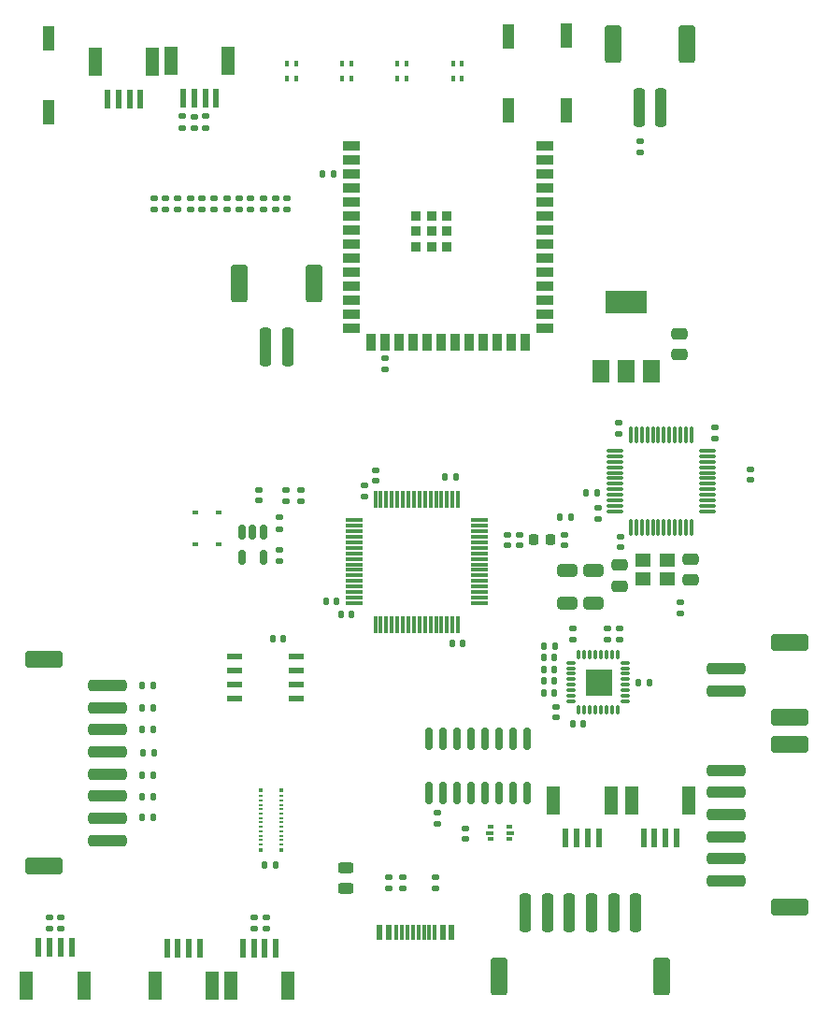
<source format=gbr>
%TF.GenerationSoftware,KiCad,Pcbnew,7.0.5*%
%TF.CreationDate,2023-09-20T09:45:38-07:00*%
%TF.ProjectId,EV9 Board Design,45563920-426f-4617-9264-204465736967,EV8*%
%TF.SameCoordinates,Original*%
%TF.FileFunction,Paste,Top*%
%TF.FilePolarity,Positive*%
%FSLAX46Y46*%
G04 Gerber Fmt 4.6, Leading zero omitted, Abs format (unit mm)*
G04 Created by KiCad (PCBNEW 7.0.5) date 2023-09-20 09:45:38*
%MOMM*%
%LPD*%
G01*
G04 APERTURE LIST*
G04 Aperture macros list*
%AMRoundRect*
0 Rectangle with rounded corners*
0 $1 Rounding radius*
0 $2 $3 $4 $5 $6 $7 $8 $9 X,Y pos of 4 corners*
0 Add a 4 corners polygon primitive as box body*
4,1,4,$2,$3,$4,$5,$6,$7,$8,$9,$2,$3,0*
0 Add four circle primitives for the rounded corners*
1,1,$1+$1,$2,$3*
1,1,$1+$1,$4,$5*
1,1,$1+$1,$6,$7*
1,1,$1+$1,$8,$9*
0 Add four rect primitives between the rounded corners*
20,1,$1+$1,$2,$3,$4,$5,0*
20,1,$1+$1,$4,$5,$6,$7,0*
20,1,$1+$1,$6,$7,$8,$9,0*
20,1,$1+$1,$8,$9,$2,$3,0*%
G04 Aperture macros list end*
%ADD10C,0.010000*%
%ADD11RoundRect,0.135000X-0.135000X-0.185000X0.135000X-0.185000X0.135000X0.185000X-0.135000X0.185000X0*%
%ADD12RoundRect,0.140000X0.140000X0.170000X-0.140000X0.170000X-0.140000X-0.170000X0.140000X-0.170000X0*%
%ADD13R,1.422400X0.533400*%
%ADD14RoundRect,0.140000X-0.140000X-0.170000X0.140000X-0.170000X0.140000X0.170000X-0.140000X0.170000X0*%
%ADD15R,0.600000X0.450000*%
%ADD16RoundRect,0.075000X0.075000X-0.662500X0.075000X0.662500X-0.075000X0.662500X-0.075000X-0.662500X0*%
%ADD17RoundRect,0.075000X0.662500X-0.075000X0.662500X0.075000X-0.662500X0.075000X-0.662500X-0.075000X0*%
%ADD18RoundRect,0.140000X0.170000X-0.140000X0.170000X0.140000X-0.170000X0.140000X-0.170000X-0.140000X0*%
%ADD19RoundRect,0.250000X-0.475000X0.250000X-0.475000X-0.250000X0.475000X-0.250000X0.475000X0.250000X0*%
%ADD20RoundRect,0.135000X-0.185000X0.135000X-0.185000X-0.135000X0.185000X-0.135000X0.185000X0.135000X0*%
%ADD21RoundRect,0.250000X1.500000X-0.250000X1.500000X0.250000X-1.500000X0.250000X-1.500000X-0.250000X0*%
%ADD22RoundRect,0.250001X1.449999X-0.499999X1.449999X0.499999X-1.449999X0.499999X-1.449999X-0.499999X0*%
%ADD23R,0.400000X0.410000*%
%ADD24R,0.400000X0.200000*%
%ADD25RoundRect,0.075000X0.700000X0.075000X-0.700000X0.075000X-0.700000X-0.075000X0.700000X-0.075000X0*%
%ADD26RoundRect,0.075000X0.075000X0.700000X-0.075000X0.700000X-0.075000X-0.700000X0.075000X-0.700000X0*%
%ADD27R,0.500000X1.700000*%
%ADD28R,1.200000X2.500000*%
%ADD29RoundRect,0.218750X-0.218750X-0.256250X0.218750X-0.256250X0.218750X0.256250X-0.218750X0.256250X0*%
%ADD30RoundRect,0.135000X0.185000X-0.135000X0.185000X0.135000X-0.185000X0.135000X-0.185000X-0.135000X0*%
%ADD31RoundRect,0.135000X0.135000X0.185000X-0.135000X0.185000X-0.135000X-0.185000X0.135000X-0.185000X0*%
%ADD32RoundRect,0.140000X-0.170000X0.140000X-0.170000X-0.140000X0.170000X-0.140000X0.170000X0.140000X0*%
%ADD33RoundRect,0.250000X0.650000X-0.325000X0.650000X0.325000X-0.650000X0.325000X-0.650000X-0.325000X0*%
%ADD34RoundRect,0.243750X0.456250X-0.243750X0.456250X0.243750X-0.456250X0.243750X-0.456250X-0.243750X0*%
%ADD35RoundRect,0.250000X0.250000X1.500000X-0.250000X1.500000X-0.250000X-1.500000X0.250000X-1.500000X0*%
%ADD36RoundRect,0.250001X0.499999X1.449999X-0.499999X1.449999X-0.499999X-1.449999X0.499999X-1.449999X0*%
%ADD37R,1.120000X2.160000*%
%ADD38RoundRect,0.007500X-0.372500X-0.117500X0.372500X-0.117500X0.372500X0.117500X-0.372500X0.117500X0*%
%ADD39RoundRect,0.007500X0.117500X-0.372500X0.117500X0.372500X-0.117500X0.372500X-0.117500X-0.372500X0*%
%ADD40RoundRect,0.250000X0.475000X-0.250000X0.475000X0.250000X-0.475000X0.250000X-0.475000X-0.250000X0*%
%ADD41R,0.400000X0.600000*%
%ADD42RoundRect,0.150000X0.150000X-0.825000X0.150000X0.825000X-0.150000X0.825000X-0.150000X-0.825000X0*%
%ADD43R,1.500000X2.000000*%
%ADD44R,3.800000X2.000000*%
%ADD45R,0.900000X0.900000*%
%ADD46R,1.500000X0.900000*%
%ADD47R,0.900000X1.500000*%
%ADD48RoundRect,0.250000X-0.250000X-1.500000X0.250000X-1.500000X0.250000X1.500000X-0.250000X1.500000X0*%
%ADD49RoundRect,0.250001X-0.499999X-1.449999X0.499999X-1.449999X0.499999X1.449999X-0.499999X1.449999X0*%
%ADD50RoundRect,0.250000X-1.500000X0.250000X-1.500000X-0.250000X1.500000X-0.250000X1.500000X0.250000X0*%
%ADD51RoundRect,0.250001X-1.449999X0.499999X-1.449999X-0.499999X1.449999X-0.499999X1.449999X0.499999X0*%
%ADD52R,0.600000X1.450000*%
%ADD53R,0.300000X1.450000*%
%ADD54R,0.500000X0.375000*%
%ADD55R,0.650000X0.300000*%
%ADD56RoundRect,0.150000X-0.150000X0.512500X-0.150000X-0.512500X0.150000X-0.512500X0.150000X0.512500X0*%
%ADD57R,1.400000X1.200000*%
G04 APERTURE END LIST*
%TO.C,U6*%
D10*
X167990000Y-117475000D02*
X165690000Y-117475000D01*
X165690000Y-115175000D01*
X167990000Y-115175000D01*
X167990000Y-117475000D01*
G36*
X167990000Y-117475000D02*
G01*
X165690000Y-117475000D01*
X165690000Y-115175000D01*
X167990000Y-115175000D01*
X167990000Y-117475000D01*
G37*
%TD*%
D11*
%TO.C,R28*%
X125577500Y-122725000D03*
X126597500Y-122725000D03*
%TD*%
D12*
%TO.C,C13*%
X144467500Y-110225000D03*
X143507500Y-110225000D03*
%TD*%
D13*
%TO.C,CR1*%
X133893500Y-113970000D03*
X133893500Y-115240000D03*
X133893500Y-116510000D03*
X133893500Y-117780000D03*
X139481500Y-117780000D03*
X139481500Y-116510000D03*
X139481500Y-115240000D03*
X139481500Y-113970000D03*
%TD*%
D14*
%TO.C,C22*%
X142157500Y-109025000D03*
X143117500Y-109025000D03*
%TD*%
D15*
%TO.C,D2*%
X130337500Y-100935000D03*
X132437500Y-100935000D03*
%TD*%
D16*
%TO.C,U5*%
X169787500Y-102287500D03*
X170287500Y-102287500D03*
X170787500Y-102287500D03*
X171287500Y-102287500D03*
X171787500Y-102287500D03*
X172287500Y-102287500D03*
X172787500Y-102287500D03*
X173287500Y-102287500D03*
X173787500Y-102287500D03*
X174287500Y-102287500D03*
X174787500Y-102287500D03*
X175287500Y-102287500D03*
D17*
X176700000Y-100875000D03*
X176700000Y-100375000D03*
X176700000Y-99875000D03*
X176700000Y-99375000D03*
X176700000Y-98875000D03*
X176700000Y-98375000D03*
X176700000Y-97875000D03*
X176700000Y-97375000D03*
X176700000Y-96875000D03*
X176700000Y-96375000D03*
X176700000Y-95875000D03*
X176700000Y-95375000D03*
D16*
X175287500Y-93962500D03*
X174787500Y-93962500D03*
X174287500Y-93962500D03*
X173787500Y-93962500D03*
X173287500Y-93962500D03*
X172787500Y-93962500D03*
X172287500Y-93962500D03*
X171787500Y-93962500D03*
X171287500Y-93962500D03*
X170787500Y-93962500D03*
X170287500Y-93962500D03*
X169787500Y-93962500D03*
D17*
X168375000Y-95375000D03*
X168375000Y-95875000D03*
X168375000Y-96375000D03*
X168375000Y-96875000D03*
X168375000Y-97375000D03*
X168375000Y-97875000D03*
X168375000Y-98375000D03*
X168375000Y-98875000D03*
X168375000Y-99375000D03*
X168375000Y-99875000D03*
X168375000Y-100375000D03*
X168375000Y-100875000D03*
%TD*%
D12*
%TO.C,C33*%
X138287500Y-112435000D03*
X137327500Y-112435000D03*
%TD*%
D18*
%TO.C,C14*%
X145637500Y-99505000D03*
X145637500Y-98545000D03*
%TD*%
D19*
%TO.C,C4*%
X168737500Y-105725000D03*
X168737500Y-107625000D03*
%TD*%
D18*
%TO.C,C3*%
X168737500Y-112455000D03*
X168737500Y-111495000D03*
%TD*%
D20*
%TO.C,R3*%
X149137500Y-134010000D03*
X149137500Y-135030000D03*
%TD*%
D11*
%TO.C,R5*%
X163380000Y-101360000D03*
X164400000Y-101360000D03*
%TD*%
D18*
%TO.C,C19*%
X136087500Y-99885000D03*
X136087500Y-98925000D03*
%TD*%
D20*
%TO.C,R38*%
X138587500Y-98925000D03*
X138587500Y-99945000D03*
%TD*%
D21*
%TO.C,J8*%
X178437500Y-134325000D03*
X178437500Y-132325000D03*
X178437500Y-130325000D03*
X178437500Y-128325000D03*
X178437500Y-126325000D03*
X178437500Y-124325000D03*
D22*
X184187500Y-136675000D03*
X184187500Y-121975000D03*
%TD*%
D23*
%TO.C,U13*%
X136227500Y-131540000D03*
D24*
X136227500Y-131035000D03*
X136227500Y-130635000D03*
X136227500Y-130232924D03*
X136227500Y-129835000D03*
X136227500Y-129435000D03*
X136227500Y-129035000D03*
X136227500Y-128635000D03*
X136227500Y-128235000D03*
X136227500Y-127835000D03*
X136227500Y-127435000D03*
X136227500Y-127035000D03*
X136227500Y-126635000D03*
D23*
X136227500Y-126130000D03*
X138107500Y-126130000D03*
D24*
X138107500Y-126635000D03*
X138107500Y-127035000D03*
X138107500Y-127435000D03*
X138107500Y-127835000D03*
X138107500Y-128235000D03*
X138107500Y-128635000D03*
X138107500Y-129035000D03*
X138107500Y-129435000D03*
X138107500Y-129835000D03*
X138107500Y-130232924D03*
X138107500Y-130635000D03*
X138107500Y-131035000D03*
D23*
X138107500Y-131540000D03*
%TD*%
D25*
%TO.C,U1*%
X156062500Y-109175000D03*
X156062500Y-108675000D03*
X156062500Y-108175000D03*
X156062500Y-107675000D03*
X156062500Y-107175000D03*
X156062500Y-106675000D03*
X156062500Y-106175000D03*
X156062500Y-105675000D03*
X156062500Y-105175000D03*
X156062500Y-104675000D03*
X156062500Y-104175000D03*
X156062500Y-103675000D03*
X156062500Y-103175000D03*
X156062500Y-102675000D03*
X156062500Y-102175000D03*
X156062500Y-101675000D03*
D26*
X154137500Y-99750000D03*
X153637500Y-99750000D03*
X153137500Y-99750000D03*
X152637500Y-99750000D03*
X152137500Y-99750000D03*
X151637500Y-99750000D03*
X151137500Y-99750000D03*
X150637500Y-99750000D03*
X150137500Y-99750000D03*
X149637500Y-99750000D03*
X149137500Y-99750000D03*
X148637500Y-99750000D03*
X148137500Y-99750000D03*
X147637500Y-99750000D03*
X147137500Y-99750000D03*
X146637500Y-99750000D03*
D25*
X144712500Y-101675000D03*
X144712500Y-102175000D03*
X144712500Y-102675000D03*
X144712500Y-103175000D03*
X144712500Y-103675000D03*
X144712500Y-104175000D03*
X144712500Y-104675000D03*
X144712500Y-105175000D03*
X144712500Y-105675000D03*
X144712500Y-106175000D03*
X144712500Y-106675000D03*
X144712500Y-107175000D03*
X144712500Y-107675000D03*
X144712500Y-108175000D03*
X144712500Y-108675000D03*
X144712500Y-109175000D03*
D26*
X146637500Y-111100000D03*
X147137500Y-111100000D03*
X147637500Y-111100000D03*
X148137500Y-111100000D03*
X148637500Y-111100000D03*
X149137500Y-111100000D03*
X149637500Y-111100000D03*
X150137500Y-111100000D03*
X150637500Y-111100000D03*
X151137500Y-111100000D03*
X151637500Y-111100000D03*
X152137500Y-111100000D03*
X152637500Y-111100000D03*
X153137500Y-111100000D03*
X153637500Y-111100000D03*
X154137500Y-111100000D03*
%TD*%
D18*
%TO.C,C16*%
X163037500Y-119505000D03*
X163037500Y-118545000D03*
%TD*%
D27*
%TO.C,J13*%
X125367500Y-63525000D03*
X124367500Y-63525000D03*
X123367500Y-63525000D03*
X122367500Y-63525000D03*
D28*
X126467500Y-60125000D03*
X121267500Y-60125000D03*
%TD*%
D29*
%TO.C,120R1*%
X160950000Y-103425000D03*
X162525000Y-103425000D03*
%TD*%
D30*
%TO.C,R17*%
X137587500Y-73535000D03*
X137587500Y-72515000D03*
%TD*%
D20*
%TO.C,R13*%
X128687500Y-72515000D03*
X128687500Y-73535000D03*
%TD*%
D18*
%TO.C,C20*%
X180587500Y-98005000D03*
X180587500Y-97045000D03*
%TD*%
D11*
%TO.C,R30*%
X125477500Y-124725000D03*
X126497500Y-124725000D03*
%TD*%
D31*
%TO.C,R4*%
X142907500Y-70325000D03*
X141887500Y-70325000D03*
%TD*%
D20*
%TO.C,R39*%
X139937500Y-98915000D03*
X139937500Y-99935000D03*
%TD*%
%TO.C,R21*%
X118107500Y-137660000D03*
X118107500Y-138680000D03*
%TD*%
D18*
%TO.C,C5*%
X154787500Y-130555000D03*
X154787500Y-129595000D03*
%TD*%
D32*
%TO.C,C8*%
X158587500Y-102995000D03*
X158587500Y-103955000D03*
%TD*%
D20*
%TO.C,R12*%
X133237500Y-72515000D03*
X133237500Y-73535000D03*
%TD*%
%TO.C,R11*%
X134287500Y-72515000D03*
X134287500Y-73535000D03*
%TD*%
D32*
%TO.C,C21*%
X146687500Y-97145000D03*
X146687500Y-98105000D03*
%TD*%
D20*
%TO.C,R6*%
X135337500Y-72515000D03*
X135337500Y-73535000D03*
%TD*%
D27*
%TO.C,J14*%
X132237500Y-63505000D03*
X131237500Y-63505000D03*
X130237500Y-63505000D03*
X129237500Y-63505000D03*
D28*
X133337500Y-60105000D03*
X128137500Y-60105000D03*
%TD*%
D30*
%TO.C,R16*%
X138637500Y-73535000D03*
X138637500Y-72515000D03*
%TD*%
D21*
%TO.C,J2*%
X178437500Y-117125000D03*
X178437500Y-115125000D03*
D22*
X184187500Y-119475000D03*
X184187500Y-112775000D03*
%TD*%
D20*
%TO.C,R35*%
X129147500Y-65115000D03*
X129147500Y-66135000D03*
%TD*%
D19*
%TO.C,C2*%
X174200000Y-84780000D03*
X174200000Y-86680000D03*
%TD*%
D33*
%TO.C,C29*%
X166437500Y-109180000D03*
X166437500Y-106230000D03*
%TD*%
D14*
%TO.C,C27*%
X161907500Y-117275000D03*
X162867500Y-117275000D03*
%TD*%
D32*
%TO.C,C10*%
X163787500Y-102995000D03*
X163787500Y-103955000D03*
%TD*%
D30*
%TO.C,R24*%
X130937500Y-73535000D03*
X130937500Y-72515000D03*
%TD*%
D11*
%TO.C,R19*%
X165727500Y-99205000D03*
X166747500Y-99205000D03*
%TD*%
D30*
%TO.C,R1*%
X174250000Y-110110000D03*
X174250000Y-109090000D03*
%TD*%
D12*
%TO.C,C12*%
X154567500Y-112825000D03*
X153607500Y-112825000D03*
%TD*%
D27*
%TO.C,J12*%
X173940000Y-130430000D03*
X172940000Y-130430000D03*
X171940000Y-130430000D03*
X170940000Y-130430000D03*
D28*
X175040000Y-127030000D03*
X169840000Y-127030000D03*
%TD*%
D20*
%TO.C,R37*%
X137937500Y-104365000D03*
X137937500Y-105385000D03*
%TD*%
D30*
%TO.C,R18*%
X136537500Y-73535000D03*
X136537500Y-72515000D03*
%TD*%
D20*
%TO.C,R2*%
X152087500Y-134015000D03*
X152087500Y-135035000D03*
%TD*%
D18*
%TO.C,C25*%
X177437500Y-94255000D03*
X177437500Y-93295000D03*
%TD*%
%TO.C,C1*%
X147870000Y-134970000D03*
X147870000Y-134010000D03*
%TD*%
D30*
%TO.C,R32*%
X147487500Y-88035000D03*
X147487500Y-87015000D03*
%TD*%
D15*
%TO.C,D10*%
X130337500Y-103865000D03*
X132437500Y-103865000D03*
%TD*%
D20*
%TO.C,R8*%
X135627500Y-137625000D03*
X135627500Y-138645000D03*
%TD*%
D34*
%TO.C,D11*%
X143997500Y-135002500D03*
X143997500Y-133127500D03*
%TD*%
D35*
%TO.C,J15*%
X172537500Y-64275000D03*
X170537500Y-64275000D03*
D36*
X174887500Y-58525000D03*
X168187500Y-58525000D03*
%TD*%
D14*
%TO.C,C15*%
X164507500Y-120075000D03*
X165467500Y-120075000D03*
%TD*%
D37*
%TO.C,SW3*%
X158687500Y-64590000D03*
X158687500Y-57860000D03*
%TD*%
D20*
%TO.C,R15*%
X126637500Y-72515000D03*
X126637500Y-73535000D03*
%TD*%
D38*
%TO.C,U6*%
X164365000Y-114575000D03*
X164365000Y-115075000D03*
X164365000Y-115575000D03*
X164365000Y-116075000D03*
X164365000Y-116575000D03*
X164365000Y-117075000D03*
X164365000Y-117575000D03*
X164365000Y-118075000D03*
D39*
X165090000Y-118800000D03*
X165590000Y-118800000D03*
X166090000Y-118800000D03*
X166590000Y-118800000D03*
X167090000Y-118800000D03*
X167590000Y-118800000D03*
X168090000Y-118800000D03*
X168590000Y-118800000D03*
D38*
X169315000Y-118075000D03*
X169315000Y-117575000D03*
X169315000Y-117075000D03*
X169315000Y-116575000D03*
X169315000Y-116075000D03*
X169315000Y-115575000D03*
X169315000Y-115075000D03*
X169315000Y-114575000D03*
D39*
X168590000Y-113850000D03*
X168090000Y-113850000D03*
X167590000Y-113850000D03*
X167090000Y-113850000D03*
X166590000Y-113850000D03*
X166090000Y-113850000D03*
X165590000Y-113850000D03*
X165090000Y-113850000D03*
%TD*%
D40*
%TO.C,C23*%
X175187500Y-107075000D03*
X175187500Y-105175000D03*
%TD*%
D31*
%TO.C,R9*%
X162897500Y-113075000D03*
X161877500Y-113075000D03*
%TD*%
D20*
%TO.C,R14*%
X127662500Y-72515000D03*
X127662500Y-73535000D03*
%TD*%
D33*
%TO.C,C30*%
X164007500Y-109180000D03*
X164007500Y-106230000D03*
%TD*%
D11*
%TO.C,R22*%
X125477500Y-116675000D03*
X126497500Y-116675000D03*
%TD*%
D41*
%TO.C,D4*%
X153662500Y-61695000D03*
X153662500Y-60295000D03*
X154462500Y-60295000D03*
X154462500Y-61695000D03*
%TD*%
D20*
%TO.C,R36*%
X137987500Y-101435000D03*
X137987500Y-102455000D03*
%TD*%
%TO.C,R34*%
X130217500Y-65125000D03*
X130217500Y-66145000D03*
%TD*%
D37*
%TO.C,SW1*%
X117067500Y-64740000D03*
X117067500Y-58010000D03*
%TD*%
D42*
%TO.C,U3*%
X151492500Y-126370000D03*
X152762500Y-126370000D03*
X154032500Y-126370000D03*
X155302500Y-126370000D03*
X156572500Y-126370000D03*
X157842500Y-126370000D03*
X159112500Y-126370000D03*
X160382500Y-126370000D03*
X160382500Y-121420000D03*
X159112500Y-121420000D03*
X157842500Y-121420000D03*
X156572500Y-121420000D03*
X155302500Y-121420000D03*
X154032500Y-121420000D03*
X152762500Y-121420000D03*
X151492500Y-121420000D03*
%TD*%
D30*
%TO.C,R23*%
X131987500Y-73535000D03*
X131987500Y-72515000D03*
%TD*%
D32*
%TO.C,C34*%
X168730000Y-92880000D03*
X168730000Y-93840000D03*
%TD*%
D27*
%TO.C,J7*%
X134637500Y-140395000D03*
X135637500Y-140395000D03*
X136637500Y-140395000D03*
X137637500Y-140395000D03*
D28*
X133537500Y-143795000D03*
X138737500Y-143795000D03*
%TD*%
D31*
%TO.C,R41*%
X137627500Y-132905000D03*
X136607500Y-132905000D03*
%TD*%
D37*
%TO.C,SW2*%
X163937500Y-64540000D03*
X163937500Y-57810000D03*
%TD*%
D11*
%TO.C,R27*%
X125477500Y-120625000D03*
X126497500Y-120625000D03*
%TD*%
D14*
%TO.C,C18*%
X161907500Y-116225000D03*
X162867500Y-116225000D03*
%TD*%
%TO.C,C6*%
X170497500Y-116405000D03*
X171457500Y-116405000D03*
%TD*%
D27*
%TO.C,J5*%
X127757500Y-140425000D03*
X128757500Y-140425000D03*
X129757500Y-140425000D03*
X130757500Y-140425000D03*
D28*
X126657500Y-143825000D03*
X131857500Y-143825000D03*
%TD*%
D43*
%TO.C,U2*%
X167087500Y-88185000D03*
X169387500Y-88185000D03*
D44*
X169387500Y-81885000D03*
D43*
X171687500Y-88185000D03*
%TD*%
D41*
%TO.C,D3*%
X138662500Y-61695000D03*
X138662500Y-60295000D03*
X139462500Y-60295000D03*
X139462500Y-61695000D03*
%TD*%
D45*
%TO.C,U11*%
X150333106Y-76910000D03*
X150337500Y-74110000D03*
X150337500Y-75510000D03*
X151733106Y-76910000D03*
X151737500Y-74110000D03*
X151737500Y-75510000D03*
X153133106Y-76910000D03*
X153137500Y-74110000D03*
X153137500Y-75510000D03*
D46*
X144487500Y-67790000D03*
X144487500Y-69060000D03*
X144487500Y-70330000D03*
X144487500Y-71600000D03*
X144487500Y-72870000D03*
X144487500Y-74140000D03*
X144487500Y-75410000D03*
X144487500Y-76680000D03*
X144487500Y-77950000D03*
X144487500Y-79220000D03*
X144487500Y-80490000D03*
X144487500Y-81760000D03*
X144487500Y-83030000D03*
X144487500Y-84300000D03*
D47*
X146252500Y-85550000D03*
X147522500Y-85550000D03*
X148792500Y-85550000D03*
X150062500Y-85550000D03*
X151332500Y-85550000D03*
X152602500Y-85550000D03*
X153872500Y-85550000D03*
X155142500Y-85550000D03*
X156412500Y-85550000D03*
X157682500Y-85550000D03*
X158952500Y-85550000D03*
X160222500Y-85550000D03*
D46*
X161987500Y-84300000D03*
X161987500Y-83030000D03*
X161987500Y-81760000D03*
X161987500Y-80490000D03*
X161987500Y-79220000D03*
X161987500Y-77950000D03*
X161987500Y-76680000D03*
X161987500Y-75410000D03*
X161987500Y-74140000D03*
X161987500Y-72870000D03*
X161987500Y-71600000D03*
X161987500Y-70330000D03*
X161987500Y-69060000D03*
X161987500Y-67790000D03*
%TD*%
D14*
%TO.C,C17*%
X161907500Y-115175000D03*
X162867500Y-115175000D03*
%TD*%
D32*
%TO.C,C7*%
X164537500Y-111495000D03*
X164537500Y-112455000D03*
%TD*%
D48*
%TO.C,J11*%
X160237500Y-137175000D03*
X162237500Y-137175000D03*
X164237500Y-137175000D03*
X166237500Y-137175000D03*
X168237500Y-137175000D03*
X170237500Y-137175000D03*
D49*
X157887500Y-142925000D03*
X172587500Y-142925000D03*
%TD*%
D18*
%TO.C,C32*%
X152297500Y-129135000D03*
X152297500Y-128175000D03*
%TD*%
D50*
%TO.C,J10*%
X122407500Y-116655000D03*
X122407500Y-118655000D03*
X122407500Y-120655000D03*
X122407500Y-122655000D03*
X122407500Y-124655000D03*
X122407500Y-126655000D03*
X122407500Y-128655000D03*
X122407500Y-130655000D03*
D51*
X116657500Y-114305000D03*
X116657500Y-133005000D03*
%TD*%
D32*
%TO.C,C31*%
X167687500Y-111495000D03*
X167687500Y-112455000D03*
%TD*%
D27*
%TO.C,J6*%
X166900000Y-130440000D03*
X165900000Y-130440000D03*
X164900000Y-130440000D03*
X163900000Y-130440000D03*
D28*
X168000000Y-127040000D03*
X162800000Y-127040000D03*
%TD*%
D32*
%TO.C,C9*%
X159687500Y-102995000D03*
X159687500Y-103955000D03*
%TD*%
%TO.C,C24*%
X168847500Y-103185000D03*
X168847500Y-104145000D03*
%TD*%
D35*
%TO.C,J1*%
X138697500Y-85955000D03*
X136697500Y-85955000D03*
D36*
X141047500Y-80205000D03*
X134347500Y-80205000D03*
%TD*%
D52*
%TO.C,J9*%
X147037500Y-139001000D03*
X147837500Y-139001000D03*
D53*
X149037500Y-139001000D03*
X150037500Y-139001000D03*
X150537500Y-139001000D03*
X151537500Y-139001000D03*
D52*
X152737500Y-139001000D03*
X153537500Y-139001000D03*
X153537500Y-139001000D03*
X152737500Y-139001000D03*
D53*
X152037500Y-139001000D03*
X151037500Y-139001000D03*
X149537500Y-139001000D03*
X148537500Y-139001000D03*
D52*
X147837500Y-139001000D03*
X147037500Y-139001000D03*
%TD*%
D41*
%TO.C,D5*%
X143662500Y-61695000D03*
X143662500Y-60295000D03*
X144462500Y-60295000D03*
X144462500Y-61695000D03*
%TD*%
D11*
%TO.C,R29*%
X125477500Y-128575000D03*
X126497500Y-128575000D03*
%TD*%
%TO.C,R26*%
X125477500Y-118625000D03*
X126497500Y-118625000D03*
%TD*%
D14*
%TO.C,C11*%
X152957500Y-97775000D03*
X153917500Y-97775000D03*
%TD*%
D41*
%TO.C,D18*%
X148662500Y-61695000D03*
X148662500Y-60295000D03*
X149462500Y-60295000D03*
X149462500Y-61695000D03*
%TD*%
D54*
%TO.C,U4*%
X157087500Y-129437500D03*
D55*
X157012500Y-129975000D03*
D54*
X157087500Y-130512500D03*
X158787500Y-130512500D03*
D55*
X158862500Y-129975000D03*
D54*
X158787500Y-129437500D03*
%TD*%
D20*
%TO.C,R33*%
X131307500Y-65115000D03*
X131307500Y-66135000D03*
%TD*%
%TO.C,R40*%
X170597500Y-67385000D03*
X170597500Y-68405000D03*
%TD*%
D11*
%TO.C,R31*%
X125477500Y-126675000D03*
X126497500Y-126675000D03*
%TD*%
D27*
%TO.C,J3*%
X116127500Y-140375000D03*
X117127500Y-140375000D03*
X118127500Y-140375000D03*
X119127500Y-140375000D03*
D28*
X115027500Y-143775000D03*
X120227500Y-143775000D03*
%TD*%
D20*
%TO.C,R20*%
X117130000Y-137660000D03*
X117130000Y-138680000D03*
%TD*%
D56*
%TO.C,U12*%
X136487500Y-102737500D03*
X135537500Y-102737500D03*
X134587500Y-102737500D03*
X134587500Y-105012500D03*
X136487500Y-105012500D03*
%TD*%
D12*
%TO.C,C28*%
X162867500Y-114125000D03*
X161907500Y-114125000D03*
%TD*%
D20*
%TO.C,R7*%
X136737500Y-137665000D03*
X136737500Y-138685000D03*
%TD*%
D18*
%TO.C,C26*%
X166840000Y-101550000D03*
X166840000Y-100590000D03*
%TD*%
D30*
%TO.C,R25*%
X129887500Y-73535000D03*
X129887500Y-72515000D03*
%TD*%
D57*
%TO.C,Y1*%
X170887500Y-106975000D03*
X173087500Y-106975000D03*
X173087500Y-105275000D03*
X170887500Y-105275000D03*
%TD*%
M02*

</source>
